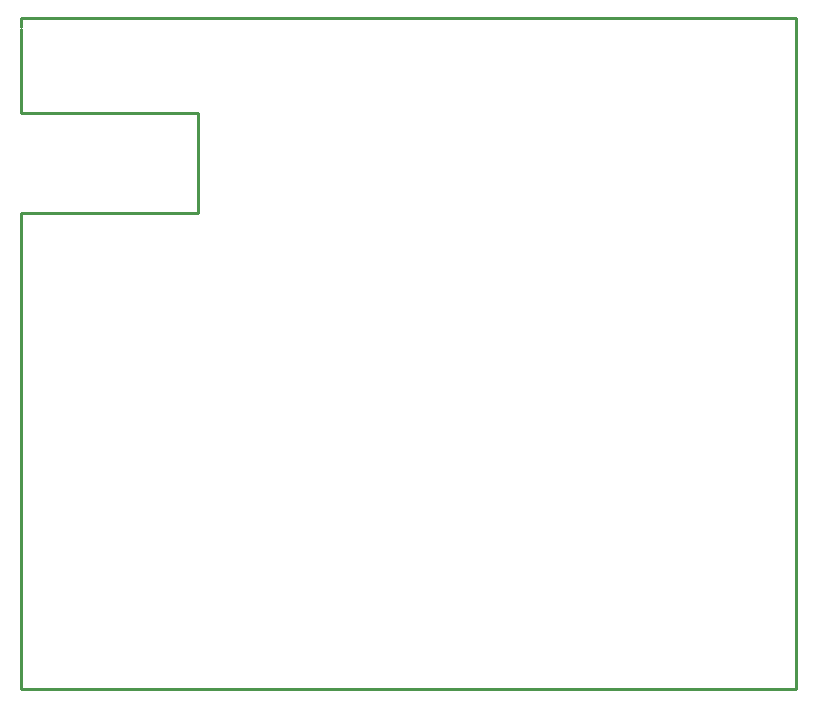
<source format=gko>
G04 Layer: BoardOutline*
G04 EasyEDA v6.4.25, 2021-09-19T11:37:02+02:00*
G04 64e9d69745c74d7bbaee3c671462624f,10*
G04 Gerber Generator version 0.2*
G04 Scale: 100 percent, Rotated: No, Reflected: No *
G04 Dimensions in inches *
G04 leading zeros omitted , absolute positions ,3 integer and 6 decimal *
%FSLAX36Y36*%
%MOIN*%

%ADD10C,0.0100*%
D10*
X-1455171Y1550000D02*
G01*
X-1455171Y1580000D01*
X1128828Y1580000D01*
X1128828Y-654000D01*
X-1455171Y-654000D01*
X-1455171Y930000D01*
X-864970Y930000D01*
X-864970Y1265000D01*
X-1455171Y1265000D01*
X-1455171Y1545000D01*

%LPD*%
M02*

</source>
